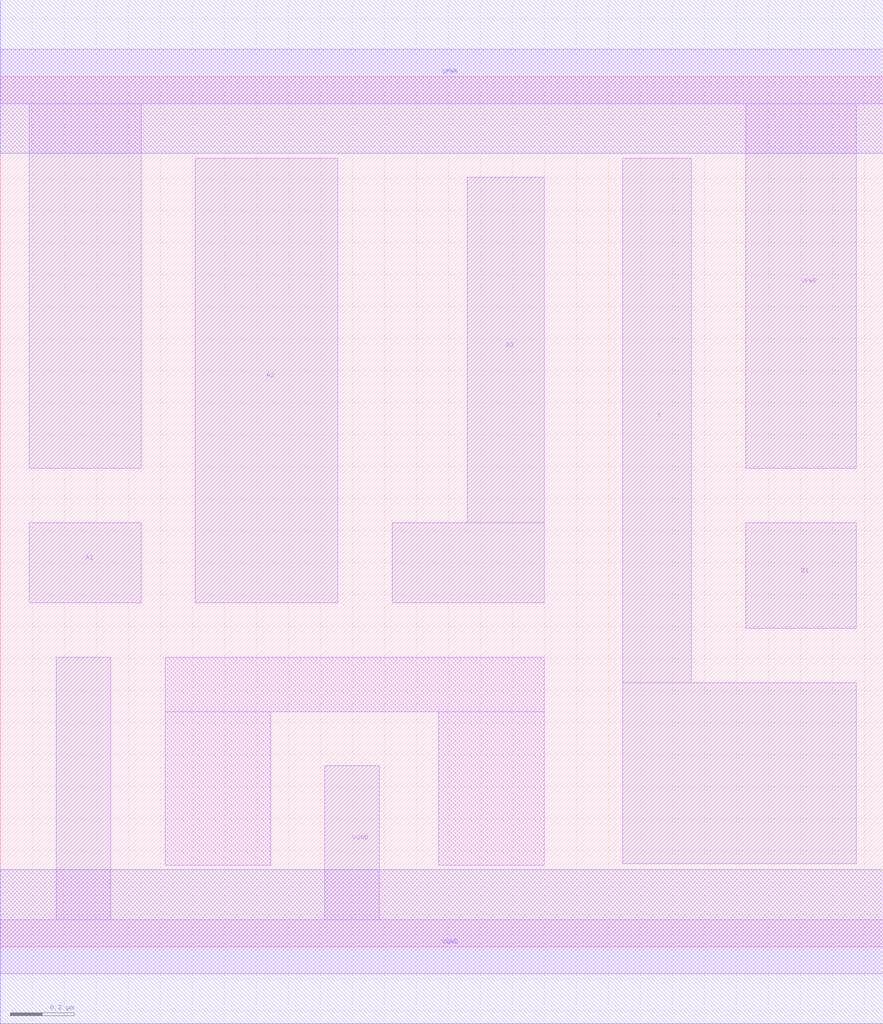
<source format=lef>
# Copyright 2020 The SkyWater PDK Authors
#
# Licensed under the Apache License, Version 2.0 (the "License");
# you may not use this file except in compliance with the License.
# You may obtain a copy of the License at
#
#     https://www.apache.org/licenses/LICENSE-2.0
#
# Unless required by applicable law or agreed to in writing, software
# distributed under the License is distributed on an "AS IS" BASIS,
# WITHOUT WARRANTIES OR CONDITIONS OF ANY KIND, either express or implied.
# See the License for the specific language governing permissions and
# limitations under the License.
#
# SPDX-License-Identifier: Apache-2.0

VERSION 5.5 ;
NAMESCASESENSITIVE ON ;
BUSBITCHARS "[]" ;
DIVIDERCHAR "/" ;
MACRO sky130_fd_sc_hd__o31ai_1
  CLASS CORE ;
  SOURCE USER ;
  ORIGIN  0.000000  0.000000 ;
  SIZE  2.760000 BY  2.720000 ;
  SYMMETRY X Y R90 ;
  SITE unithd ;
  PIN A1
    ANTENNAGATEAREA  0.247500 ;
    DIRECTION INPUT ;
    USE SIGNAL ;
    PORT
      LAYER li1 ;
        RECT 0.090000 1.075000 0.440000 1.325000 ;
    END
  END A1
  PIN A2
    ANTENNAGATEAREA  0.247500 ;
    DIRECTION INPUT ;
    USE SIGNAL ;
    PORT
      LAYER li1 ;
        RECT 0.610000 1.075000 1.055000 2.465000 ;
    END
  END A2
  PIN A3
    ANTENNAGATEAREA  0.247500 ;
    DIRECTION INPUT ;
    USE SIGNAL ;
    PORT
      LAYER li1 ;
        RECT 1.225000 1.075000 1.700000 1.325000 ;
        RECT 1.460000 1.325000 1.700000 2.405000 ;
    END
  END A3
  PIN B1
    ANTENNAGATEAREA  0.247500 ;
    DIRECTION INPUT ;
    USE SIGNAL ;
    PORT
      LAYER li1 ;
        RECT 2.330000 0.995000 2.675000 1.325000 ;
    END
  END B1
  PIN Y
    ANTENNADIFFAREA  1.006000 ;
    DIRECTION OUTPUT ;
    USE SIGNAL ;
    PORT
      LAYER li1 ;
        RECT 1.945000 0.260000 2.675000 0.825000 ;
        RECT 1.945000 0.825000 2.160000 2.465000 ;
    END
  END Y
  PIN VGND
    DIRECTION INOUT ;
    SHAPE ABUTMENT ;
    USE GROUND ;
    PORT
      LAYER li1 ;
        RECT 0.000000 -0.085000 2.760000 0.085000 ;
        RECT 0.175000  0.085000 0.345000 0.905000 ;
        RECT 1.015000  0.085000 1.185000 0.565000 ;
    END
    PORT
      LAYER met1 ;
        RECT 0.000000 -0.240000 2.760000 0.240000 ;
    END
  END VGND
  PIN VPWR
    DIRECTION INOUT ;
    SHAPE ABUTMENT ;
    USE POWER ;
    PORT
      LAYER li1 ;
        RECT 0.000000 2.635000 2.760000 2.805000 ;
        RECT 0.090000 1.495000 0.440000 2.635000 ;
        RECT 2.330000 1.495000 2.675000 2.635000 ;
    END
    PORT
      LAYER met1 ;
        RECT 0.000000 2.480000 2.760000 2.960000 ;
    END
  END VPWR
  OBS
    LAYER li1 ;
      RECT 0.515000 0.255000 0.845000 0.735000 ;
      RECT 0.515000 0.735000 1.700000 0.905000 ;
      RECT 1.370000 0.255000 1.700000 0.735000 ;
  END
END sky130_fd_sc_hd__o31ai_1

</source>
